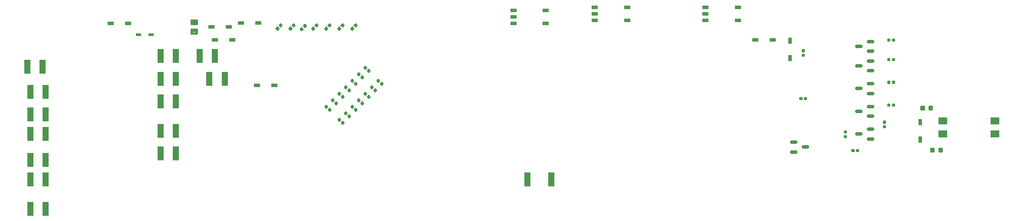
<source format=gbr>
G04 EAGLE Gerber RS-274X export*
G75*
%MOMM*%
%FSLAX34Y34*%
%LPD*%
%INSolderpaste Bottom*%
%IPPOS*%
%AMOC8*
5,1,8,0,0,1.08239X$1,22.5*%
G01*
%ADD10R,1.150000X2.700000*%
%ADD11C,0.240000*%
%ADD12C,0.260000*%
%ADD13R,1.050000X0.500000*%
%ADD14R,1.150000X0.800000*%
%ADD15C,0.460000*%
%ADD16R,0.800000X1.150000*%
%ADD17R,1.250000X2.700000*%
%ADD18R,1.800000X1.400000*%
%ADD19C,0.360000*%
%ADD20C,0.650000*%
%ADD21R,1.200000X0.800000*%


D10*
X543800Y234950D03*
X573800Y234950D03*
X650000Y425450D03*
X620000Y425450D03*
X543800Y336550D03*
X573800Y336550D03*
X543800Y279400D03*
X573800Y279400D03*
X543800Y381000D03*
X573800Y381000D03*
X639050Y381000D03*
X669050Y381000D03*
X543800Y425450D03*
X573800Y425450D03*
X284173Y404585D03*
X314173Y404585D03*
X289800Y355600D03*
X319800Y355600D03*
X289800Y311150D03*
X319800Y311150D03*
X289800Y273050D03*
X319800Y273050D03*
X289800Y222250D03*
X319800Y222250D03*
X289800Y184150D03*
X319800Y184150D03*
X289800Y127000D03*
X319800Y127000D03*
D11*
X889623Y301632D02*
X892168Y304177D01*
X894713Y301632D01*
X892168Y299087D01*
X889623Y301632D01*
X889888Y301367D02*
X894448Y301367D01*
X892698Y303647D02*
X891638Y303647D01*
X898532Y297813D02*
X895987Y295268D01*
X898532Y297813D02*
X901077Y295268D01*
X898532Y292723D01*
X895987Y295268D01*
X896252Y295003D02*
X900812Y295003D01*
X899062Y297283D02*
X898002Y297283D01*
X902323Y314332D02*
X904868Y316877D01*
X907413Y314332D01*
X904868Y311787D01*
X902323Y314332D01*
X902588Y314067D02*
X907148Y314067D01*
X905398Y316347D02*
X904338Y316347D01*
X911232Y310513D02*
X908687Y307968D01*
X911232Y310513D02*
X913777Y307968D01*
X911232Y305423D01*
X908687Y307968D01*
X908952Y307703D02*
X913512Y307703D01*
X911762Y309983D02*
X910702Y309983D01*
X915023Y327032D02*
X917568Y329577D01*
X920113Y327032D01*
X917568Y324487D01*
X915023Y327032D01*
X915288Y326767D02*
X919848Y326767D01*
X918098Y329047D02*
X917038Y329047D01*
X923932Y323213D02*
X921387Y320668D01*
X923932Y323213D02*
X926477Y320668D01*
X923932Y318123D01*
X921387Y320668D01*
X921652Y320403D02*
X926212Y320403D01*
X924462Y322683D02*
X923402Y322683D01*
X927723Y339732D02*
X930268Y342277D01*
X932813Y339732D01*
X930268Y337187D01*
X927723Y339732D01*
X927988Y339467D02*
X932548Y339467D01*
X930798Y341747D02*
X929738Y341747D01*
X936632Y335913D02*
X934087Y333368D01*
X936632Y335913D02*
X939177Y333368D01*
X936632Y330823D01*
X934087Y333368D01*
X934352Y333103D02*
X938912Y333103D01*
X937162Y335383D02*
X936102Y335383D01*
X940423Y352432D02*
X942968Y354977D01*
X945513Y352432D01*
X942968Y349887D01*
X940423Y352432D01*
X940688Y352167D02*
X945248Y352167D01*
X943498Y354447D02*
X942438Y354447D01*
X949332Y348613D02*
X946787Y346068D01*
X949332Y348613D02*
X951877Y346068D01*
X949332Y343523D01*
X946787Y346068D01*
X947052Y345803D02*
X951612Y345803D01*
X949862Y348083D02*
X948802Y348083D01*
X953123Y365132D02*
X955668Y367677D01*
X958213Y365132D01*
X955668Y362587D01*
X953123Y365132D01*
X953388Y364867D02*
X957948Y364867D01*
X956198Y367147D02*
X955138Y367147D01*
X962032Y361313D02*
X959487Y358768D01*
X962032Y361313D02*
X964577Y358768D01*
X962032Y356223D01*
X959487Y358768D01*
X959752Y358503D02*
X964312Y358503D01*
X962562Y360783D02*
X961502Y360783D01*
X965823Y377832D02*
X968368Y380377D01*
X970913Y377832D01*
X968368Y375287D01*
X965823Y377832D01*
X966088Y377567D02*
X970648Y377567D01*
X968898Y379847D02*
X967838Y379847D01*
X974732Y374013D02*
X972187Y371468D01*
X974732Y374013D02*
X977277Y371468D01*
X974732Y368923D01*
X972187Y371468D01*
X972452Y371203D02*
X977012Y371203D01*
X975262Y373483D02*
X974202Y373483D01*
X875677Y320668D02*
X873132Y318123D01*
X870587Y320668D01*
X873132Y323213D01*
X875677Y320668D01*
X875412Y320403D02*
X870852Y320403D01*
X872602Y322683D02*
X873662Y322683D01*
X869313Y327032D02*
X866768Y324487D01*
X864223Y327032D01*
X866768Y329577D01*
X869313Y327032D01*
X869048Y326767D02*
X864488Y326767D01*
X866238Y329047D02*
X867298Y329047D01*
X885832Y330823D02*
X888377Y333368D01*
X885832Y330823D02*
X883287Y333368D01*
X885832Y335913D01*
X888377Y333368D01*
X888112Y333103D02*
X883552Y333103D01*
X885302Y335383D02*
X886362Y335383D01*
X882013Y339732D02*
X879468Y337187D01*
X876923Y339732D01*
X879468Y342277D01*
X882013Y339732D01*
X881748Y339467D02*
X877188Y339467D01*
X878938Y341747D02*
X879998Y341747D01*
X898532Y343523D02*
X901077Y346068D01*
X898532Y343523D02*
X895987Y346068D01*
X898532Y348613D01*
X901077Y346068D01*
X900812Y345803D02*
X896252Y345803D01*
X898002Y348083D02*
X899062Y348083D01*
X894713Y352432D02*
X892168Y349887D01*
X889623Y352432D01*
X892168Y354977D01*
X894713Y352432D01*
X894448Y352167D02*
X889888Y352167D01*
X891638Y354447D02*
X892698Y354447D01*
X911232Y356223D02*
X913777Y358768D01*
X911232Y356223D02*
X908687Y358768D01*
X911232Y361313D01*
X913777Y358768D01*
X913512Y358503D02*
X908952Y358503D01*
X910702Y360783D02*
X911762Y360783D01*
X907413Y365132D02*
X904868Y362587D01*
X902323Y365132D01*
X904868Y367677D01*
X907413Y365132D01*
X907148Y364867D02*
X902588Y364867D01*
X904338Y367147D02*
X905398Y367147D01*
X923932Y368923D02*
X926477Y371468D01*
X923932Y368923D02*
X921387Y371468D01*
X923932Y374013D01*
X926477Y371468D01*
X926212Y371203D02*
X921652Y371203D01*
X923402Y373483D02*
X924462Y373483D01*
X920113Y377832D02*
X917568Y375287D01*
X915023Y377832D01*
X917568Y380377D01*
X920113Y377832D01*
X919848Y377567D02*
X915288Y377567D01*
X917038Y379847D02*
X918098Y379847D01*
X936632Y381623D02*
X939177Y384168D01*
X936632Y381623D02*
X934087Y384168D01*
X936632Y386713D01*
X939177Y384168D01*
X938912Y383903D02*
X934352Y383903D01*
X936102Y386183D02*
X937162Y386183D01*
X932813Y390532D02*
X930268Y387987D01*
X927723Y390532D01*
X930268Y393077D01*
X932813Y390532D01*
X932548Y390267D02*
X927988Y390267D01*
X929738Y392547D02*
X930798Y392547D01*
X949332Y394323D02*
X951877Y396868D01*
X949332Y394323D02*
X946787Y396868D01*
X949332Y399413D01*
X951877Y396868D01*
X951612Y396603D02*
X947052Y396603D01*
X948802Y398883D02*
X949862Y398883D01*
X945513Y403232D02*
X942968Y400687D01*
X940423Y403232D01*
X942968Y405777D01*
X945513Y403232D01*
X945248Y402967D02*
X940688Y402967D01*
X942438Y405247D02*
X943498Y405247D01*
D12*
X771518Y476661D02*
X768761Y479418D01*
X771518Y482175D01*
X774275Y479418D01*
X771518Y476661D01*
X773988Y479131D02*
X769048Y479131D01*
X770944Y481601D02*
X772092Y481601D01*
X775125Y485782D02*
X777882Y483025D01*
X775125Y485782D02*
X777882Y488539D01*
X780639Y485782D01*
X777882Y483025D01*
X780352Y485495D02*
X775412Y485495D01*
X777308Y487965D02*
X778456Y487965D01*
X794126Y479383D02*
X796883Y476626D01*
X794126Y479383D02*
X796883Y482140D01*
X799640Y479383D01*
X796883Y476626D01*
X799353Y479096D02*
X794413Y479096D01*
X796309Y481566D02*
X797457Y481566D01*
X800490Y485747D02*
X803247Y482990D01*
X800490Y485747D02*
X803247Y488504D01*
X806004Y485747D01*
X803247Y482990D01*
X805717Y485460D02*
X800777Y485460D01*
X802673Y487930D02*
X803821Y487930D01*
X816023Y478310D02*
X818780Y475553D01*
X816023Y478310D02*
X818780Y481067D01*
X821537Y478310D01*
X818780Y475553D01*
X821250Y478023D02*
X816310Y478023D01*
X818206Y480493D02*
X819354Y480493D01*
X822386Y484674D02*
X825143Y481917D01*
X822386Y484674D02*
X825143Y487431D01*
X827900Y484674D01*
X825143Y481917D01*
X827613Y484387D02*
X822673Y484387D01*
X824569Y486857D02*
X825717Y486857D01*
X838653Y479446D02*
X841410Y476689D01*
X838653Y479446D02*
X841410Y482203D01*
X844167Y479446D01*
X841410Y476689D01*
X843880Y479159D02*
X838940Y479159D01*
X840836Y481629D02*
X841984Y481629D01*
X845017Y485810D02*
X847774Y483053D01*
X845017Y485810D02*
X847774Y488567D01*
X850531Y485810D01*
X847774Y483053D01*
X850244Y485523D02*
X845304Y485523D01*
X847200Y487993D02*
X848348Y487993D01*
X864011Y479418D02*
X866768Y476661D01*
X864011Y479418D02*
X866768Y482175D01*
X869525Y479418D01*
X866768Y476661D01*
X869238Y479131D02*
X864298Y479131D01*
X866194Y481601D02*
X867342Y481601D01*
X870375Y485782D02*
X873132Y483025D01*
X870375Y485782D02*
X873132Y488539D01*
X875889Y485782D01*
X873132Y483025D01*
X875602Y485495D02*
X870662Y485495D01*
X872558Y487965D02*
X873706Y487965D01*
X889411Y479418D02*
X892168Y476661D01*
X889411Y479418D02*
X892168Y482175D01*
X894925Y479418D01*
X892168Y476661D01*
X894638Y479131D02*
X889698Y479131D01*
X891594Y481601D02*
X892742Y481601D01*
X895775Y485782D02*
X898532Y483025D01*
X895775Y485782D02*
X898532Y488539D01*
X901289Y485782D01*
X898532Y483025D01*
X901002Y485495D02*
X896062Y485495D01*
X897958Y487965D02*
X899106Y487965D01*
X914811Y479418D02*
X917568Y476661D01*
X914811Y479418D02*
X917568Y482175D01*
X920325Y479418D01*
X917568Y476661D01*
X920038Y479131D02*
X915098Y479131D01*
X916994Y481601D02*
X918142Y481601D01*
X921175Y485782D02*
X923932Y483025D01*
X921175Y485782D02*
X923932Y488539D01*
X926689Y485782D01*
X923932Y483025D01*
X926402Y485495D02*
X921462Y485495D01*
X923358Y487965D02*
X924506Y487965D01*
D13*
X525080Y467360D03*
X501080Y467360D03*
D14*
X480550Y488950D03*
X446550Y488950D03*
X683750Y457200D03*
X649750Y457200D03*
X766300Y368300D03*
X732300Y368300D03*
X700550Y490220D03*
X734550Y490220D03*
D15*
X614550Y495050D02*
X604650Y495050D01*
X614550Y495050D02*
X614550Y488150D01*
X604650Y488150D01*
X604650Y495050D01*
X604650Y492520D02*
X614550Y492520D01*
X614550Y477050D02*
X604650Y477050D01*
X614550Y477050D02*
X614550Y470150D01*
X604650Y470150D01*
X604650Y477050D01*
X604650Y474520D02*
X614550Y474520D01*
D11*
X1795150Y438120D02*
X1798750Y438120D01*
X1798750Y434520D01*
X1795150Y434520D01*
X1795150Y438120D01*
X1795150Y436800D02*
X1798750Y436800D01*
X1798750Y429120D02*
X1795150Y429120D01*
X1798750Y429120D02*
X1798750Y425520D01*
X1795150Y425520D01*
X1795150Y429120D01*
X1795150Y427800D02*
X1798750Y427800D01*
D14*
X1703850Y457200D03*
X1737850Y457200D03*
D16*
X1771650Y421150D03*
X1771650Y455150D03*
D17*
X1259200Y184150D03*
X1306200Y184150D03*
D11*
X1877800Y279350D02*
X1881400Y279350D01*
X1881400Y275750D01*
X1877800Y275750D01*
X1877800Y279350D01*
X1877800Y278030D02*
X1881400Y278030D01*
X1881400Y270350D02*
X1877800Y270350D01*
X1881400Y270350D02*
X1881400Y266750D01*
X1877800Y266750D01*
X1877800Y270350D01*
X1877800Y269030D02*
X1881400Y269030D01*
X1892350Y243100D02*
X1892350Y239500D01*
X1892350Y243100D02*
X1895950Y243100D01*
X1895950Y239500D01*
X1892350Y239500D01*
X1892350Y241780D02*
X1895950Y241780D01*
X1901350Y243100D02*
X1901350Y239500D01*
X1901350Y243100D02*
X1904950Y243100D01*
X1904950Y239500D01*
X1901350Y239500D01*
X1901350Y241780D02*
X1904950Y241780D01*
D14*
X677400Y482600D03*
X643400Y482600D03*
D18*
X2070100Y273050D03*
X2070100Y298450D03*
X2171700Y298450D03*
X2171700Y273050D03*
D19*
X2046735Y244826D02*
X2046735Y238426D01*
X2046735Y244826D02*
X2052135Y244826D01*
X2052135Y238426D01*
X2046735Y238426D01*
X2046735Y241846D02*
X2052135Y241846D01*
X2062735Y244826D02*
X2062735Y238426D01*
X2062735Y244826D02*
X2068135Y244826D01*
X2068135Y238426D01*
X2062735Y238426D01*
X2062735Y241846D02*
X2068135Y241846D01*
D16*
X2025650Y262400D03*
X2025650Y296400D03*
D20*
X1932950Y454000D02*
X1925450Y454000D01*
X1925450Y435000D02*
X1932950Y435000D01*
X1909950Y444500D02*
X1902450Y444500D01*
X1925450Y415900D02*
X1932950Y415900D01*
X1932950Y396900D02*
X1925450Y396900D01*
X1909950Y406400D02*
X1902450Y406400D01*
X1925450Y327000D02*
X1932950Y327000D01*
X1932950Y308000D02*
X1925450Y308000D01*
X1909950Y317500D02*
X1902450Y317500D01*
X1925450Y371450D02*
X1932950Y371450D01*
X1932950Y352450D02*
X1925450Y352450D01*
X1909950Y361950D02*
X1902450Y361950D01*
X1925450Y282550D02*
X1932950Y282550D01*
X1932950Y263550D02*
X1925450Y263550D01*
X1909950Y273050D02*
X1902450Y273050D01*
X1782950Y238150D02*
X1775450Y238150D01*
X1775450Y257150D02*
X1782950Y257150D01*
X1798450Y247650D02*
X1805950Y247650D01*
D11*
X1962200Y455400D02*
X1962200Y459000D01*
X1965800Y459000D01*
X1965800Y455400D01*
X1962200Y455400D01*
X1962200Y457680D02*
X1965800Y457680D01*
X1971200Y459000D02*
X1971200Y455400D01*
X1971200Y459000D02*
X1974800Y459000D01*
X1974800Y455400D01*
X1971200Y455400D01*
X1971200Y457680D02*
X1974800Y457680D01*
X1962200Y420900D02*
X1962200Y417300D01*
X1962200Y420900D02*
X1965800Y420900D01*
X1965800Y417300D01*
X1962200Y417300D01*
X1962200Y419580D02*
X1965800Y419580D01*
X1971200Y420900D02*
X1971200Y417300D01*
X1971200Y420900D02*
X1974800Y420900D01*
X1974800Y417300D01*
X1971200Y417300D01*
X1971200Y419580D02*
X1974800Y419580D01*
X1962200Y376450D02*
X1962200Y372850D01*
X1962200Y376450D02*
X1965800Y376450D01*
X1965800Y372850D01*
X1962200Y372850D01*
X1962200Y375130D02*
X1965800Y375130D01*
X1971200Y376450D02*
X1971200Y372850D01*
X1971200Y376450D02*
X1974800Y376450D01*
X1974800Y372850D01*
X1971200Y372850D01*
X1971200Y375130D02*
X1974800Y375130D01*
X1962200Y332000D02*
X1962200Y328400D01*
X1962200Y332000D02*
X1965800Y332000D01*
X1965800Y328400D01*
X1962200Y328400D01*
X1962200Y330680D02*
X1965800Y330680D01*
X1971200Y332000D02*
X1971200Y328400D01*
X1971200Y332000D02*
X1974800Y332000D01*
X1974800Y328400D01*
X1971200Y328400D01*
X1971200Y330680D02*
X1974800Y330680D01*
X1957600Y285800D02*
X1954000Y285800D01*
X1954000Y289400D01*
X1957600Y289400D01*
X1957600Y285800D01*
X1957600Y288080D02*
X1954000Y288080D01*
X1954000Y294800D02*
X1957600Y294800D01*
X1954000Y294800D02*
X1954000Y298400D01*
X1957600Y298400D01*
X1957600Y294800D01*
X1957600Y297080D02*
X1954000Y297080D01*
X1790750Y341100D02*
X1790750Y344700D01*
X1794350Y344700D01*
X1794350Y341100D01*
X1790750Y341100D01*
X1790750Y343380D02*
X1794350Y343380D01*
X1799750Y344700D02*
X1799750Y341100D01*
X1799750Y344700D02*
X1803350Y344700D01*
X1803350Y341100D01*
X1799750Y341100D01*
X1799750Y343380D02*
X1803350Y343380D01*
D21*
X1232150Y501650D03*
X1232150Y514350D03*
X1232150Y488950D03*
X1295150Y514350D03*
X1295150Y488950D03*
X1606800Y508000D03*
X1606800Y520700D03*
X1606800Y495300D03*
X1669800Y520700D03*
X1669800Y495300D03*
X1390900Y508000D03*
X1390900Y520700D03*
X1390900Y495300D03*
X1453900Y520700D03*
X1453900Y495300D03*
D19*
X2049050Y327050D02*
X2049050Y320650D01*
X2043650Y320650D01*
X2043650Y327050D01*
X2049050Y327050D01*
X2049050Y324070D02*
X2043650Y324070D01*
X2033050Y327050D02*
X2033050Y320650D01*
X2027650Y320650D01*
X2027650Y327050D01*
X2033050Y327050D01*
X2033050Y324070D02*
X2027650Y324070D01*
M02*

</source>
